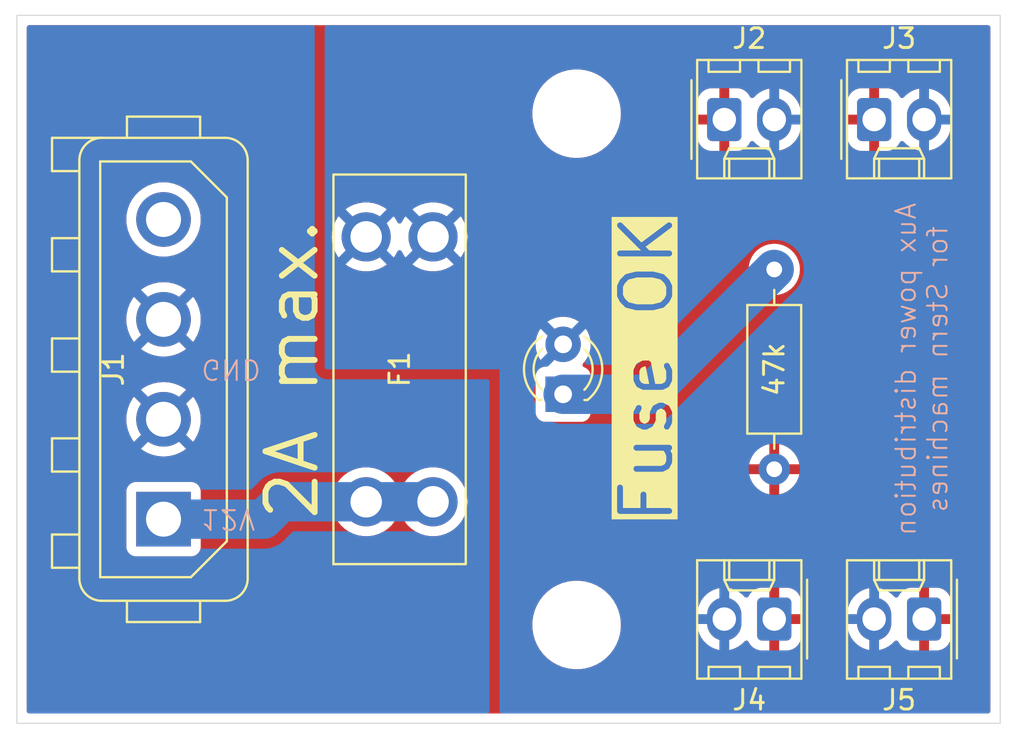
<source format=kicad_pcb>
(kicad_pcb (version 20240108) (generator "pcbnew") (generator_version "8.0")
  (layers (0 "F.Cu" signal) (31 "B.Cu" signal) (34 "B.Paste" user) (35 "F.Paste" user) (36 "B.SilkS" user "B.Silkscreen") (37 "F.SilkS" user "F.Silkscreen") (38 "B.Mask" user) (39 "F.Mask" user) (44 "Edge.Cuts" user))
  (net 0 "")
  (net 1 "+12V")
  (net 2 "GND")
  (net 3 "Net-(D1-K)")
  (net 4 "Net-(J1-Pin_1)")
  (footprint "Connector_Molex:Molex_KK-254_AE-6410-02A_1x02_P2.54mm_Vertical" (layer "F.Cu") (at 67.31 35.56)
    (property "Reference" "J2" (at 1.27 -4.12 0) (layer "F.SilkS"))
    (property "Value" "Conn_01x02_Pin")
    (fp_line (start -1.67 -2) (end -1.67 2) (stroke (width 0.12)) (layer "F.SilkS"))
    (fp_line (start -1.38 -3.03) (end -1.38 2.99) (stroke (width 0.12)) (layer "F.SilkS"))
    (fp_line (start -1.38 2.99) (end 3.92 2.99) (stroke (width 0.12)) (layer "F.SilkS"))
    (fp_line (start -0.8 -3.03) (end -0.8 -2.43) (stroke (width 0.12)) (layer "F.SilkS"))
    (fp_line (start -0.8 -2.43) (end 0.8 -2.43) (stroke (width 0.12)) (layer "F.SilkS"))
    (fp_line (start 0 1.99) (end 0.25 1.46) (stroke (width 0.12)) (layer "F.SilkS"))
    (fp_line (start 0 1.99) (end 2.54 1.99) (stroke (width 0.12)) (layer "F.SilkS"))
    (fp_line (start 0 2.99) (end 0 1.99) (stroke (width 0.12)) (layer "F.SilkS"))
    (fp_line (start 0.25 1.46) (end 2.29 1.46) (stroke (width 0.12)) (layer "F.SilkS"))
    (fp_line (start 0.25 2.99) (end 0.25 1.99) (stroke (width 0.12)) (layer "F.SilkS"))
    (fp_line (start 0.8 -2.43) (end 0.8 -3.03) (stroke (width 0.12)) (layer "F.SilkS"))
    (fp_line (start 1.74 -3.03) (end 1.74 -2.43) (stroke (width 0.12)) (layer "F.SilkS"))
    (fp_line (start 1.74 -2.43) (end 3.34 -2.43) (stroke (width 0.12)) (layer "F.SilkS"))
    (fp_line (start 2.29 1.46) (end 2.54 1.99) (stroke (width 0.12)) (layer "F.SilkS"))
    (fp_line (start 2.29 2.99) (end 2.29 1.99) (stroke (width 0.12)) (layer "F.SilkS"))
    (fp_line (start 2.54 1.99) (end 2.54 2.99) (stroke (width 0.12)) (layer "F.SilkS"))
    (fp_line (start 3.34 -2.43) (end 3.34 -3.03) (stroke (width 0.12)) (layer "F.SilkS"))
    (fp_line (start 3.92 -3.03) (end -1.38 -3.03) (stroke (width 0.12)) (layer "F.SilkS"))
    (fp_line (start 3.92 2.99) (end 3.92 -3.03) (stroke (width 0.12)) (layer "F.SilkS"))
    (pad "1" thru_hole roundrect (at 0 0) (size 1.74 2.19) (drill 1.19) (layers "*.Cu" "*.Mask") (roundrect_rratio 0.143678) (net 2 "GND"))
    (pad "2" thru_hole oval (at 2.54 0) (size 1.74 2.19) (drill 1.19) (layers "*.Cu" "*.Mask") (net 1 "+12V"))
  )
  (footprint "MountingHole:MountingHole_4mm" (layer "F.Cu") (at 59.8 61.26)
    (property "Reference" "H1" (hide yes))
    (property "Value" "MountingHole")
    (pad "" np_thru_hole circle (at 0 0) (size 4 4) (drill 4) (layers "*.Cu" "*.Mask"))
  )
  (footprint "Resistor_THT:R_Axial_DIN0207_L6.3mm_D2.5mm_P10.16mm_Horizontal" (layer "F.Cu") (at 69.85 43.18 -90)
    (property "Reference" "R1" (hide yes))
    (property "Value" "47k" (at 5.08 0 90) (layer "F.SilkS"))
    (fp_line (start 1.81 1.37) (end 8.35 1.37) (stroke (width 0.12)) (layer "F.SilkS"))
    (fp_line (start 8.35 1.37) (end 8.35 -1.37) (stroke (width 0.12)) (layer "F.SilkS"))
    (fp_line (start 1.04 0) (end 1.81 0) (stroke (width 0.12)) (layer "F.SilkS"))
    (fp_line (start 9.12 0) (end 8.35 0) (stroke (width 0.12)) (layer "F.SilkS"))
    (fp_line (start 1.81 -1.37) (end 1.81 1.37) (stroke (width 0.12)) (layer "F.SilkS"))
    (fp_line (start 8.35 -1.37) (end 1.81 -1.37) (stroke (width 0.12)) (layer "F.SilkS"))
    (pad "1" thru_hole circle (at 0 0 270) (size 1.6 1.6) (drill 0.8) (layers "*.Cu" "*.Mask") (net 3 "Net-(D1-K)"))
    (pad "2" thru_hole oval (at 10.16 0 270) (size 1.6 1.6) (drill 0.8) (layers "*.Cu" "*.Mask") (net 2 "GND"))
  )
  (footprint "Custom_parts:Fuse holder Keystone 3557-2" (layer "F.Cu") (at 50.8 48.26 90)
    (property "Reference" "F1" (at 0 0 90) (layer "F.SilkS"))
    (property "Value" "Fuse")
    (fp_rect (start -9.905 -3.365) (end 9.905 3.365) (stroke (width 0.12)) (fill none) (layer "F.SilkS"))
    (pad "1" thru_hole circle (at -6.735 -1.7 90) (size 2.5 2.5) (drill 1.6) (layers "*.Cu" "*.Mask") (net 4 "Net-(J1-Pin_1)"))
    (pad "1" thru_hole circle (at -6.735 1.7 90) (size 2.5 2.5) (drill 1.6) (layers "*.Cu" "*.Mask") (net 4 "Net-(J1-Pin_1)"))
    (pad "2" thru_hole circle (at 6.735 -1.7 90) (size 2.5 2.5) (drill 1.6) (layers "*.Cu" "*.Mask") (net 1 "+12V"))
    (pad "2" thru_hole circle (at 6.735 1.7 90) (size 2.5 2.5) (drill 1.6) (layers "*.Cu" "*.Mask") (net 1 "+12V"))
  )
  (footprint "Connector_Molex:Molex_KK-254_AE-6410-02A_1x02_P2.54mm_Vertical" (layer "F.Cu") (at 74.93 35.56)
    (property "Reference" "J3" (at 1.27 -4.12 0) (layer "F.SilkS"))
    (property "Value" "Conn_01x02_Pin")
    (fp_line (start -1.67 -2) (end -1.67 2) (stroke (width 0.12)) (layer "F.SilkS"))
    (fp_line (start -1.38 -3.03) (end -1.38 2.99) (stroke (width 0.12)) (layer "F.SilkS"))
    (fp_line (start -1.38 2.99) (end 3.92 2.99) (stroke (width 0.12)) (layer "F.SilkS"))
    (fp_line (start -0.8 -3.03) (end -0.8 -2.43) (stroke (width 0.12)) (layer "F.SilkS"))
    (fp_line (start -0.8 -2.43) (end 0.8 -2.43) (stroke (width 0.12)) (layer "F.SilkS"))
    (fp_line (start 0 1.99) (end 0.25 1.46) (stroke (width 0.12)) (layer "F.SilkS"))
    (fp_line (start 0 1.99) (end 2.54 1.99) (stroke (width 0.12)) (layer "F.SilkS"))
    (fp_line (start 0 2.99) (end 0 1.99) (stroke (width 0.12)) (layer "F.SilkS"))
    (fp_line (start 0.25 1.46) (end 2.29 1.46) (stroke (width 0.12)) (layer "F.SilkS"))
    (fp_line (start 0.25 2.99) (end 0.25 1.99) (stroke (width 0.12)) (layer "F.SilkS"))
    (fp_line (start 0.8 -2.43) (end 0.8 -3.03) (stroke (width 0.12)) (layer "F.SilkS"))
    (fp_line (start 1.74 -3.03) (end 1.74 -2.43) (stroke (width 0.12)) (layer "F.SilkS"))
    (fp_line (start 1.74 -2.43) (end 3.34 -2.43) (stroke (width 0.12)) (layer "F.SilkS"))
    (fp_line (start 2.29 1.46) (end 2.54 1.99) (stroke (width 0.12)) (layer "F.SilkS"))
    (fp_line (start 2.29 2.99) (end 2.29 1.99) (stroke (width 0.12)) (layer "F.SilkS"))
    (fp_line (start 2.54 1.99) (end 2.54 2.99) (stroke (width 0.12)) (layer "F.SilkS"))
    (fp_line (start 3.34 -2.43) (end 3.34 -3.03) (stroke (width 0.12)) (layer "F.SilkS"))
    (fp_line (start 3.92 -3.03) (end -1.38 -3.03) (stroke (width 0.12)) (layer "F.SilkS"))
    (fp_line (start 3.92 2.99) (end 3.92 -3.03) (stroke (width 0.12)) (layer "F.SilkS"))
    (pad "1" thru_hole roundrect (at 0 0) (size 1.74 2.19) (drill 1.19) (layers "*.Cu" "*.Mask") (roundrect_rratio 0.143678) (net 2 "GND"))
    (pad "2" thru_hole oval (at 2.54 0) (size 1.74 2.19) (drill 1.19) (layers "*.Cu" "*.Mask") (net 1 "+12V"))
  )
  (footprint "Connector_Molex:Molex_KK-254_AE-6410-02A_1x02_P2.54mm_Vertical" (layer "F.Cu") (at 69.85 60.96 180)
    (property "Reference" "J4" (at 1.27 -4.12 0) (layer "F.SilkS"))
    (property "Value" "Conn_01x02_Pin")
    (fp_line (start 3.92 2.99) (end 3.92 -3.03) (stroke (width 0.12)) (layer "F.SilkS"))
    (fp_line (start 3.92 -3.03) (end -1.38 -3.03) (stroke (width 0.12)) (layer "F.SilkS"))
    (fp_line (start 3.34 -2.43) (end 3.34 -3.03) (stroke (width 0.12)) (layer "F.SilkS"))
    (fp_line (start 2.54 1.99) (end 2.54 2.99) (stroke (width 0.12)) (layer "F.SilkS"))
    (fp_line (start 2.29 2.99) (end 2.29 1.99) (stroke (width 0.12)) (layer "F.SilkS"))
    (fp_line (start 2.29 1.46) (end 2.54 1.99) (stroke (width 0.12)) (layer "F.SilkS"))
    (fp_line (start 1.74 -2.43) (end 3.34 -2.43) (stroke (width 0.12)) (layer "F.SilkS"))
    (fp_line (start 1.74 -3.03) (end 1.74 -2.43) (stroke (width 0.12)) (layer "F.SilkS"))
    (fp_line (start 0.8 -2.43) (end 0.8 -3.03) (stroke (width 0.12)) (layer "F.SilkS"))
    (fp_line (start 0.25 2.99) (end 0.25 1.99) (stroke (width 0.12)) (layer "F.SilkS"))
    (fp_line (start 0.25 1.46) (end 2.29 1.46) (stroke (width 0.12)) (layer "F.SilkS"))
    (fp_line (start 0 2.99) (end 0 1.99) (stroke (width 0.12)) (layer "F.SilkS"))
    (fp_line (start 0 1.99) (end 2.54 1.99) (stroke (width 0.12)) (layer "F.SilkS"))
    (fp_line (start 0 1.99) (end 0.25 1.46) (stroke (width 0.12)) (layer "F.SilkS"))
    (fp_line (start -0.8 -2.43) (end 0.8 -2.43) (stroke (width 0.12)) (layer "F.SilkS"))
    (fp_line (start -0.8 -3.03) (end -0.8 -2.43) (stroke (width 0.12)) (layer "F.SilkS"))
    (fp_line (start -1.38 2.99) (end 3.92 2.99) (stroke (width 0.12)) (layer "F.SilkS"))
    (fp_line (start -1.38 -3.03) (end -1.38 2.99) (stroke (width 0.12)) (layer "F.SilkS"))
    (fp_line (start -1.67 -2) (end -1.67 2) (stroke (width 0.12)) (layer "F.SilkS"))
    (pad "1" thru_hole roundrect (at 0 0 180) (size 1.74 2.19) (drill 1.19) (layers "*.Cu" "*.Mask") (roundrect_rratio 0.143678) (net 2 "GND"))
    (pad "2" thru_hole oval (at 2.54 0 180) (size 1.74 2.19) (drill 1.19) (layers "*.Cu" "*.Mask") (net 1 "+12V"))
  )
  (footprint "LED_THT:LED_D3.0mm" (layer "F.Cu") (at 59.115 49.53 90)
    (property "Reference" "D1" (hide yes))
    (property "Value" "LED")
    (fp_line (start -0.29 -1.236) (end -0.29 -1.08) (stroke (width 0.12)) (layer "F.SilkS"))
    (fp_line (start -0.29 1.08) (end -0.29 1.236) (stroke (width 0.12)) (layer "F.SilkS"))
    (fp_arc (start -0.29 -1.235516) (mid 1.365624 -1.987701) (end 2.941397 -1.080061) (stroke (width 0.12)) (layer "F.SilkS"))
    (fp_arc (start 0.229039 -1.08) (mid 1.269965 -1.5) (end 2.31091 -1.080049) (stroke (width 0.12)) (layer "F.SilkS"))
    (fp_arc (start 2.31091 1.080049) (mid 1.269965 1.5) (end 0.229039 1.08) (stroke (width 0.12)) (layer "F.SilkS"))
    (fp_arc (start 2.941397 1.080061) (mid 1.365624 1.987701) (end -0.29 1.235516) (stroke (width 0.12)) (layer "F.SilkS"))
    (pad "1" thru_hole rect (at 0 0 90) (size 1.8 1.8) (drill 0.9) (layers "*.Cu" "*.Mask") (net 3 "Net-(D1-K)"))
    (pad "2" thru_hole circle (at 2.54 0 90) (size 1.8 1.8) (drill 0.9) (layers "*.Cu" "*.Mask") (net 1 "+12V"))
  )
  (footprint "Connector_TE-Connectivity:TE_MATE-N-LOK_350211-1_1x04_P5.08mm_Vertical" (layer "F.Cu") (at 38.795 55.88 90)
    (property "Reference" "J1" (at 7.62 -2.54 90) (layer "F.SilkS"))
    (property "Value" "Conn_01x04")
    (fp_line (start 17.7 -5.67) (end 19.39 -5.67) (stroke (width 0.12)) (layer "F.SilkS"))
    (fp_line (start 14.29 -5.67) (end 14.29 -4.28) (stroke (width 0.12)) (layer "F.SilkS"))
    (fp_line (start 12.6 -5.67) (end 14.29 -5.67) (stroke (width 0.12)) (layer "F.SilkS"))
    (fp_line (start 9.19 -5.67) (end 9.19 -4.28) (stroke (width 0.12)) (layer "F.SilkS"))
    (fp_line (start 7.5 -5.67) (end 9.19 -5.67) (stroke (width 0.12)) (layer "F.SilkS"))
    (fp_line (start 4.11 -5.67) (end 4.11 -4.28) (stroke (width 0.12)) (layer "F.SilkS"))
    (fp_line (start 2.42 -5.67) (end 4.11 -5.67) (stroke (width 0.12)) (layer "F.SilkS"))
    (fp_line (start -0.78 -5.67) (end -0.78 -4.28) (stroke (width 0.12)) (layer "F.SilkS"))
    (fp_line (start -2.47 -5.67) (end -0.78 -5.67) (stroke (width 0.12)) (layer "F.SilkS"))
    (fp_line (start 18.25 -4.28) (end -3.01 -4.28) (stroke (width 0.12)) (layer "F.SilkS"))
    (fp_line (start 17.7 -4.28) (end 17.7 -5.67) (stroke (width 0.12)) (layer "F.SilkS"))
    (fp_line (start 12.6 -4.28) (end 12.6 -5.67) (stroke (width 0.12)) (layer "F.SilkS"))
    (fp_line (start 7.5 -4.28) (end 7.5 -5.67) (stroke (width 0.12)) (layer "F.SilkS"))
    (fp_line (start 2.42 -4.28) (end 2.42 -5.67) (stroke (width 0.12)) (layer "F.SilkS"))
    (fp_line (start -2.47 -4.28) (end -2.47 -5.67) (stroke (width 0.12)) (layer "F.SilkS"))
    (fp_line (start 18.19 -3.22) (end 18.19 1.39) (stroke (width 0.12)) (layer "F.SilkS"))
    (fp_line (start -2.95 -3.22) (end 18.19 -3.22) (stroke (width 0.12)) (layer "F.SilkS"))
    (fp_line (start -4.15 -3.14) (end -4.15 3.14) (stroke (width 0.12)) (layer "F.SilkS"))
    (fp_line (start 20.47 -1.86) (end 19.39 -1.86) (stroke (width 0.12)) (layer "F.SilkS"))
    (fp_line (start -5.23 -1.86) (end -4.15 -1.86) (stroke (width 0.12)) (layer "F.SilkS"))
    (fp_line (start 18.19 1.39) (end 16.36 3.22) (stroke (width 0.12)) (layer "F.SilkS"))
    (fp_line (start -2.95 1.39) (end -2.95 -3.22) (stroke (width 0.12)) (layer "F.SilkS"))
    (fp_line (start 20.47 1.86) (end 20.47 -1.86) (stroke (width 0.12)) (layer "F.SilkS"))
    (fp_line (start 19.39 1.86) (end 20.47 1.86) (stroke (width 0.12)) (layer "F.SilkS"))
    (fp_line (start -4.15 1.86) (end -5.23 1.86) (stroke (width 0.12)) (layer "F.SilkS"))
    (fp_line (start -5.23 1.86) (end -5.23 -1.86) (stroke (width 0.12)) (layer "F.SilkS"))
    (fp_line (start 19.39 3.14) (end 19.39 -5.67) (stroke (width 0.12)) (layer "F.SilkS"))
    (fp_line (start 16.36 3.22) (end -1.12 3.22) (stroke (width 0.12)) (layer "F.SilkS"))
    (fp_line (start -1.12 3.22) (end -2.95 1.39) (stroke (width 0.12)) (layer "F.SilkS"))
    (fp_line (start -3.01 4.28) (end 18.25 4.28) (stroke (width 0.12)) (layer "F.SilkS"))
    (fp_arc (start 18.25 -4.28) (mid 19.056102 -3.946102) (end 19.39 -3.14) (stroke (width 0.12)) (layer "F.SilkS"))
    (fp_arc (start -4.15 -3.14) (mid -3.816102 -3.946102) (end -3.01 -4.28) (stroke (width 0.12)) (layer "F.SilkS"))
    (fp_arc (start 19.39 3.14) (mid 19.056102 3.946102) (end 18.25 4.28) (stroke (width 0.12)) (layer "F.SilkS"))
    (fp_arc (start -3.01 4.28) (mid -3.816102 3.946102) (end -4.15 3.14) (stroke (width 0.12)) (layer "F.SilkS"))
    (pad "1" thru_hole rect (at 0 0 90) (size 2.78 2.78) (drill 1.78) (layers "*.Cu" "*.Mask") (net 4 "Net-(J1-Pin_1)"))
    (pad "2" thru_hole circle (at 5.08 0 90) (size 2.78 2.78) (drill 1.78) (layers "*.Cu" "*.Mask") (net 2 "GND"))
    (pad "3" thru_hole circle (at 10.16 0 90) (size 2.78 2.78) (drill 1.78) (layers "*.Cu" "*.Mask") (net 2 "GND"))
    (pad "4" thru_hole circle (at 15.24 0 90) (size 2.78 2.78) (drill 1.78) (layers "*.Cu" "*.Mask"))
  )
  (footprint "Connector_Molex:Molex_KK-254_AE-6410-02A_1x02_P2.54mm_Vertical" (layer "F.Cu") (at 77.47 60.96 180)
    (property "Reference" "J5" (at 1.27 -4.12 0) (layer "F.SilkS"))
    (property "Value" "Conn_01x02_Pin")
    (fp_line (start 3.92 2.99) (end 3.92 -3.03) (stroke (width 0.12)) (layer "F.SilkS"))
    (fp_line (start 3.92 -3.03) (end -1.38 -3.03) (stroke (width 0.12)) (layer "F.SilkS"))
    (fp_line (start 3.34 -2.43) (end 3.34 -3.03) (stroke (width 0.12)) (layer "F.SilkS"))
    (fp_line (start 2.54 1.99) (end 2.54 2.99) (stroke (width 0.12)) (layer "F.SilkS"))
    (fp_line (start 2.29 2.99) (end 2.29 1.99) (stroke (width 0.12)) (layer "F.SilkS"))
    (fp_line (start 2.29 1.46) (end 2.54 1.99) (stroke (width 0.12)) (layer "F.SilkS"))
    (fp_line (start 1.74 -2.43) (end 3.34 -2.43) (stroke (width 0.12)) (layer "F.SilkS"))
    (fp_line (start 1.74 -3.03) (end 1.74 -2.43) (stroke (width 0.12)) (layer "F.SilkS"))
    (fp_line (start 0.8 -2.43) (end 0.8 -3.03) (stroke (width 0.12)) (layer "F.SilkS"))
    (fp_line (start 0.25 2.99) (end 0.25 1.99) (stroke (width 0.12)) (layer "F.SilkS"))
    (fp_line (start 0.25 1.46) (end 2.29 1.46) (stroke (width 0.12)) (layer "F.SilkS"))
    (fp_line (start 0 2.99) (end 0 1.99) (stroke (width 0.12)) (layer "F.SilkS"))
    (fp_line (start 0 1.99) (end 2.54 1.99) (stroke (width 0.12)) (layer "F.SilkS"))
    (fp_line (start 0 1.99) (end 0.25 1.46) (stroke (width 0.12)) (layer "F.SilkS"))
    (fp_line (start -0.8 -2.43) (end 0.8 -2.43) (stroke (width 0.12)) (layer "F.SilkS"))
    (fp_line (start -0.8 -3.03) (end -0.8 -2.43) (stroke (width 0.12)) (layer "F.SilkS"))
    (fp_line (start -1.38 2.99) (end 3.92 2.99) (stroke (width 0.12)) (layer "F.SilkS"))
    (fp_line (start -1.38 -3.03) (end -1.38 2.99) (stroke (width 0.12)) (layer "F.SilkS"))
    (fp_line (start -1.67 -2) (end -1.67 2) (stroke (width 0.12)) (layer "F.SilkS"))
    (pad "1" thru_hole roundrect (at 0 0 180) (size 1.74 2.19) (drill 1.19) (layers "*.Cu" "*.Mask") (roundrect_rratio 0.143678) (net 2 "GND"))
    (pad "2" thru_hole oval (at 2.54 0 180) (size 1.74 2.19) (drill 1.19) (layers "*.Cu" "*.Mask") (net 1 "+12V"))
  )
  (footprint "MountingHole:MountingHole_4mm" (layer "F.Cu") (at 59.8 35.26)
    (property "Reference" "H2" (hide yes))
    (property "Value" "MountingHole")
    (pad "" np_thru_hole circle (at 0 0) (size 4 4) (drill 4) (layers "*.Cu" "*.Mask"))
  )
  (gr_rect (start 31.34 30.26) (end 81.34 66.26) (stroke (width 0.05)) (fill none) (layer "Edge.Cuts"))
  (gr_text "GND" (at 40.64 48.26 180) (layer "B.SilkS") (effects (font (size 1 1) (thickness 0.1)) (justify left mirror)))
  (gr_text "Aux power distribution\nfor Stern machines" (at 78.74 48.26 90) (layer "B.SilkS") (effects (font (size 1 1) (thickness 0.1)) (justify bottom mirror)))
  (gr_text "12V" (at 40.64 55.88 180) (layer "B.SilkS") (effects (font (size 1 1) (thickness 0.1)) (justify left mirror)))
  (gr_text "Fuse OK" (at 64.83 48.26 90) (layer "F.SilkS" knockout) (effects (font (size 2.5 2.5) (thickness 0.3)) (justify bottom)))
  (gr_text "2A max." (at 46.8 48.26 90) (layer "F.SilkS") (effects (font (size 2.5 2.5) (thickness 0.3)) (justify bottom)))
  (segment (start 59.115 49.53) (end 63.5 49.53) (width 2) (layer "B.Cu") (net 3))
  (segment (start 69.85 43.18) (end 63.5 49.53) (width 2) (layer "B.Cu") (net 3))
  (segment (start 43.875 55.88) (end 38.795 55.88) (width 2) (layer "B.Cu") (net 4))
  (segment (start 52.5 54.995) (end 44.76 54.995) (width 2) (layer "B.Cu") (net 4))
  (segment (start 44.76 54.995) (end 43.875 55.88) (width 2) (layer "B.Cu") (net 4))
  (zone (net 2) (net_name "GND") (layers "F&B.Cu") (connect_pads (clearance 0.5)) (min_thickness 0.25) (fill yes (thermal_gap 0.5) (thermal_bridge_width 0.5))
    (polygon (pts (xy 30.48 29.48) (xy 82.55 29.48) (xy 82.55 67.31) (xy 30.48 67.31)))
  )
  (zone (net 1) (net_name "+12V") (layer "B.Cu") (priority 1) (connect_pads (clearance 0.5)) (min_thickness 0.25) (fill yes (thermal_gap 0.5) (thermal_bridge_width 0.5))
    (polygon (pts (xy 46.99 30.75) (xy 46.99 48.26) (xy 55.88 48.26) (xy 55.88 66.04) (xy 81.28 66.04) (xy 81.28 30.75)))
  )
)
</source>
